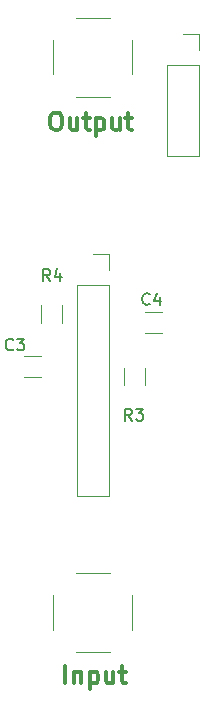
<source format=gbr>
%TF.GenerationSoftware,KiCad,Pcbnew,7.0.5*%
%TF.CreationDate,2023-06-23T15:01:08-05:00*%
%TF.ProjectId,Single.Channel.Amp,53696e67-6c65-42e4-9368-616e6e656c2e,rev?*%
%TF.SameCoordinates,Original*%
%TF.FileFunction,Legend,Top*%
%TF.FilePolarity,Positive*%
%FSLAX46Y46*%
G04 Gerber Fmt 4.6, Leading zero omitted, Abs format (unit mm)*
G04 Created by KiCad (PCBNEW 7.0.5) date 2023-06-23 15:01:08*
%MOMM*%
%LPD*%
G01*
G04 APERTURE LIST*
%ADD10C,0.300000*%
%ADD11C,0.150000*%
%ADD12C,0.120000*%
G04 APERTURE END LIST*
D10*
X61760225Y-24675828D02*
X62045939Y-24675828D01*
X62045939Y-24675828D02*
X62188796Y-24747257D01*
X62188796Y-24747257D02*
X62331653Y-24890114D01*
X62331653Y-24890114D02*
X62403082Y-25175828D01*
X62403082Y-25175828D02*
X62403082Y-25675828D01*
X62403082Y-25675828D02*
X62331653Y-25961542D01*
X62331653Y-25961542D02*
X62188796Y-26104400D01*
X62188796Y-26104400D02*
X62045939Y-26175828D01*
X62045939Y-26175828D02*
X61760225Y-26175828D01*
X61760225Y-26175828D02*
X61617368Y-26104400D01*
X61617368Y-26104400D02*
X61474510Y-25961542D01*
X61474510Y-25961542D02*
X61403082Y-25675828D01*
X61403082Y-25675828D02*
X61403082Y-25175828D01*
X61403082Y-25175828D02*
X61474510Y-24890114D01*
X61474510Y-24890114D02*
X61617368Y-24747257D01*
X61617368Y-24747257D02*
X61760225Y-24675828D01*
X63688797Y-25175828D02*
X63688797Y-26175828D01*
X63045939Y-25175828D02*
X63045939Y-25961542D01*
X63045939Y-25961542D02*
X63117368Y-26104400D01*
X63117368Y-26104400D02*
X63260225Y-26175828D01*
X63260225Y-26175828D02*
X63474511Y-26175828D01*
X63474511Y-26175828D02*
X63617368Y-26104400D01*
X63617368Y-26104400D02*
X63688797Y-26032971D01*
X64188797Y-25175828D02*
X64760225Y-25175828D01*
X64403082Y-24675828D02*
X64403082Y-25961542D01*
X64403082Y-25961542D02*
X64474511Y-26104400D01*
X64474511Y-26104400D02*
X64617368Y-26175828D01*
X64617368Y-26175828D02*
X64760225Y-26175828D01*
X65260225Y-25175828D02*
X65260225Y-26675828D01*
X65260225Y-25247257D02*
X65403083Y-25175828D01*
X65403083Y-25175828D02*
X65688797Y-25175828D01*
X65688797Y-25175828D02*
X65831654Y-25247257D01*
X65831654Y-25247257D02*
X65903083Y-25318685D01*
X65903083Y-25318685D02*
X65974511Y-25461542D01*
X65974511Y-25461542D02*
X65974511Y-25890114D01*
X65974511Y-25890114D02*
X65903083Y-26032971D01*
X65903083Y-26032971D02*
X65831654Y-26104400D01*
X65831654Y-26104400D02*
X65688797Y-26175828D01*
X65688797Y-26175828D02*
X65403083Y-26175828D01*
X65403083Y-26175828D02*
X65260225Y-26104400D01*
X67260226Y-25175828D02*
X67260226Y-26175828D01*
X66617368Y-25175828D02*
X66617368Y-25961542D01*
X66617368Y-25961542D02*
X66688797Y-26104400D01*
X66688797Y-26104400D02*
X66831654Y-26175828D01*
X66831654Y-26175828D02*
X67045940Y-26175828D01*
X67045940Y-26175828D02*
X67188797Y-26104400D01*
X67188797Y-26104400D02*
X67260226Y-26032971D01*
X67760226Y-25175828D02*
X68331654Y-25175828D01*
X67974511Y-24675828D02*
X67974511Y-25961542D01*
X67974511Y-25961542D02*
X68045940Y-26104400D01*
X68045940Y-26104400D02*
X68188797Y-26175828D01*
X68188797Y-26175828D02*
X68331654Y-26175828D01*
X62669510Y-73015828D02*
X62669510Y-71515828D01*
X63383796Y-72015828D02*
X63383796Y-73015828D01*
X63383796Y-72158685D02*
X63455225Y-72087257D01*
X63455225Y-72087257D02*
X63598082Y-72015828D01*
X63598082Y-72015828D02*
X63812368Y-72015828D01*
X63812368Y-72015828D02*
X63955225Y-72087257D01*
X63955225Y-72087257D02*
X64026654Y-72230114D01*
X64026654Y-72230114D02*
X64026654Y-73015828D01*
X64740939Y-72015828D02*
X64740939Y-73515828D01*
X64740939Y-72087257D02*
X64883797Y-72015828D01*
X64883797Y-72015828D02*
X65169511Y-72015828D01*
X65169511Y-72015828D02*
X65312368Y-72087257D01*
X65312368Y-72087257D02*
X65383797Y-72158685D01*
X65383797Y-72158685D02*
X65455225Y-72301542D01*
X65455225Y-72301542D02*
X65455225Y-72730114D01*
X65455225Y-72730114D02*
X65383797Y-72872971D01*
X65383797Y-72872971D02*
X65312368Y-72944400D01*
X65312368Y-72944400D02*
X65169511Y-73015828D01*
X65169511Y-73015828D02*
X64883797Y-73015828D01*
X64883797Y-73015828D02*
X64740939Y-72944400D01*
X66740940Y-72015828D02*
X66740940Y-73015828D01*
X66098082Y-72015828D02*
X66098082Y-72801542D01*
X66098082Y-72801542D02*
X66169511Y-72944400D01*
X66169511Y-72944400D02*
X66312368Y-73015828D01*
X66312368Y-73015828D02*
X66526654Y-73015828D01*
X66526654Y-73015828D02*
X66669511Y-72944400D01*
X66669511Y-72944400D02*
X66740940Y-72872971D01*
X67240940Y-72015828D02*
X67812368Y-72015828D01*
X67455225Y-71515828D02*
X67455225Y-72801542D01*
X67455225Y-72801542D02*
X67526654Y-72944400D01*
X67526654Y-72944400D02*
X67669511Y-73015828D01*
X67669511Y-73015828D02*
X67812368Y-73015828D01*
D11*
%TO.C,R3*%
X68313333Y-50754819D02*
X67980000Y-50278628D01*
X67741905Y-50754819D02*
X67741905Y-49754819D01*
X67741905Y-49754819D02*
X68122857Y-49754819D01*
X68122857Y-49754819D02*
X68218095Y-49802438D01*
X68218095Y-49802438D02*
X68265714Y-49850057D01*
X68265714Y-49850057D02*
X68313333Y-49945295D01*
X68313333Y-49945295D02*
X68313333Y-50088152D01*
X68313333Y-50088152D02*
X68265714Y-50183390D01*
X68265714Y-50183390D02*
X68218095Y-50231009D01*
X68218095Y-50231009D02*
X68122857Y-50278628D01*
X68122857Y-50278628D02*
X67741905Y-50278628D01*
X68646667Y-49754819D02*
X69265714Y-49754819D01*
X69265714Y-49754819D02*
X68932381Y-50135771D01*
X68932381Y-50135771D02*
X69075238Y-50135771D01*
X69075238Y-50135771D02*
X69170476Y-50183390D01*
X69170476Y-50183390D02*
X69218095Y-50231009D01*
X69218095Y-50231009D02*
X69265714Y-50326247D01*
X69265714Y-50326247D02*
X69265714Y-50564342D01*
X69265714Y-50564342D02*
X69218095Y-50659580D01*
X69218095Y-50659580D02*
X69170476Y-50707200D01*
X69170476Y-50707200D02*
X69075238Y-50754819D01*
X69075238Y-50754819D02*
X68789524Y-50754819D01*
X68789524Y-50754819D02*
X68694286Y-50707200D01*
X68694286Y-50707200D02*
X68646667Y-50659580D01*
%TO.C,C4*%
X69808333Y-40879580D02*
X69760714Y-40927200D01*
X69760714Y-40927200D02*
X69617857Y-40974819D01*
X69617857Y-40974819D02*
X69522619Y-40974819D01*
X69522619Y-40974819D02*
X69379762Y-40927200D01*
X69379762Y-40927200D02*
X69284524Y-40831961D01*
X69284524Y-40831961D02*
X69236905Y-40736723D01*
X69236905Y-40736723D02*
X69189286Y-40546247D01*
X69189286Y-40546247D02*
X69189286Y-40403390D01*
X69189286Y-40403390D02*
X69236905Y-40212914D01*
X69236905Y-40212914D02*
X69284524Y-40117676D01*
X69284524Y-40117676D02*
X69379762Y-40022438D01*
X69379762Y-40022438D02*
X69522619Y-39974819D01*
X69522619Y-39974819D02*
X69617857Y-39974819D01*
X69617857Y-39974819D02*
X69760714Y-40022438D01*
X69760714Y-40022438D02*
X69808333Y-40070057D01*
X70665476Y-40308152D02*
X70665476Y-40974819D01*
X70427381Y-39927200D02*
X70189286Y-40641485D01*
X70189286Y-40641485D02*
X70808333Y-40641485D01*
%TO.C,R4*%
X61378333Y-38924819D02*
X61045000Y-38448628D01*
X60806905Y-38924819D02*
X60806905Y-37924819D01*
X60806905Y-37924819D02*
X61187857Y-37924819D01*
X61187857Y-37924819D02*
X61283095Y-37972438D01*
X61283095Y-37972438D02*
X61330714Y-38020057D01*
X61330714Y-38020057D02*
X61378333Y-38115295D01*
X61378333Y-38115295D02*
X61378333Y-38258152D01*
X61378333Y-38258152D02*
X61330714Y-38353390D01*
X61330714Y-38353390D02*
X61283095Y-38401009D01*
X61283095Y-38401009D02*
X61187857Y-38448628D01*
X61187857Y-38448628D02*
X60806905Y-38448628D01*
X62235476Y-38258152D02*
X62235476Y-38924819D01*
X61997381Y-37877200D02*
X61759286Y-38591485D01*
X61759286Y-38591485D02*
X62378333Y-38591485D01*
%TO.C,C3*%
X58243333Y-44729580D02*
X58195714Y-44777200D01*
X58195714Y-44777200D02*
X58052857Y-44824819D01*
X58052857Y-44824819D02*
X57957619Y-44824819D01*
X57957619Y-44824819D02*
X57814762Y-44777200D01*
X57814762Y-44777200D02*
X57719524Y-44681961D01*
X57719524Y-44681961D02*
X57671905Y-44586723D01*
X57671905Y-44586723D02*
X57624286Y-44396247D01*
X57624286Y-44396247D02*
X57624286Y-44253390D01*
X57624286Y-44253390D02*
X57671905Y-44062914D01*
X57671905Y-44062914D02*
X57719524Y-43967676D01*
X57719524Y-43967676D02*
X57814762Y-43872438D01*
X57814762Y-43872438D02*
X57957619Y-43824819D01*
X57957619Y-43824819D02*
X58052857Y-43824819D01*
X58052857Y-43824819D02*
X58195714Y-43872438D01*
X58195714Y-43872438D02*
X58243333Y-43920057D01*
X58576667Y-43824819D02*
X59195714Y-43824819D01*
X59195714Y-43824819D02*
X58862381Y-44205771D01*
X58862381Y-44205771D02*
X59005238Y-44205771D01*
X59005238Y-44205771D02*
X59100476Y-44253390D01*
X59100476Y-44253390D02*
X59148095Y-44301009D01*
X59148095Y-44301009D02*
X59195714Y-44396247D01*
X59195714Y-44396247D02*
X59195714Y-44634342D01*
X59195714Y-44634342D02*
X59148095Y-44729580D01*
X59148095Y-44729580D02*
X59100476Y-44777200D01*
X59100476Y-44777200D02*
X59005238Y-44824819D01*
X59005238Y-44824819D02*
X58719524Y-44824819D01*
X58719524Y-44824819D02*
X58624286Y-44777200D01*
X58624286Y-44777200D02*
X58576667Y-44729580D01*
D12*
%TO.C,R3*%
X67630000Y-47777064D02*
X67630000Y-46322936D01*
X69450000Y-47777064D02*
X69450000Y-46322936D01*
%TO.C,J3*%
X71290000Y-20640000D02*
X71290000Y-28320000D01*
X71290000Y-20640000D02*
X73950000Y-20640000D01*
X71290000Y-28320000D02*
X73950000Y-28320000D01*
X72620000Y-18040000D02*
X73950000Y-18040000D01*
X73950000Y-18040000D02*
X73950000Y-19370000D01*
X73950000Y-20640000D02*
X73950000Y-28320000D01*
%TO.C,J4*%
X61645000Y-65550000D02*
X61645000Y-68450000D01*
X63550000Y-63645000D02*
X66450000Y-63645000D01*
X63550000Y-70355000D02*
X66450000Y-70355000D01*
X68355000Y-65550000D02*
X68355000Y-68450000D01*
%TO.C,C4*%
X69403748Y-41555000D02*
X70826252Y-41555000D01*
X69403748Y-43375000D02*
X70826252Y-43375000D01*
%TO.C,J5*%
X61645000Y-18550000D02*
X61645000Y-21450000D01*
X63550000Y-16645000D02*
X66450000Y-16645000D01*
X63550000Y-23355000D02*
X66450000Y-23355000D01*
X68355000Y-18550000D02*
X68355000Y-21450000D01*
%TO.C,R4*%
X62420000Y-41012936D02*
X62420000Y-42467064D01*
X60600000Y-41012936D02*
X60600000Y-42467064D01*
%TO.C,C3*%
X60621252Y-47095000D02*
X59198748Y-47095000D01*
X60621252Y-45275000D02*
X59198748Y-45275000D01*
%TO.C,J2*%
X63670000Y-39270000D02*
X63670000Y-57110000D01*
X63670000Y-39270000D02*
X66330000Y-39270000D01*
X63670000Y-57110000D02*
X66330000Y-57110000D01*
X65000000Y-36670000D02*
X66330000Y-36670000D01*
X66330000Y-36670000D02*
X66330000Y-38000000D01*
X66330000Y-39270000D02*
X66330000Y-57110000D01*
%TD*%
M02*

</source>
